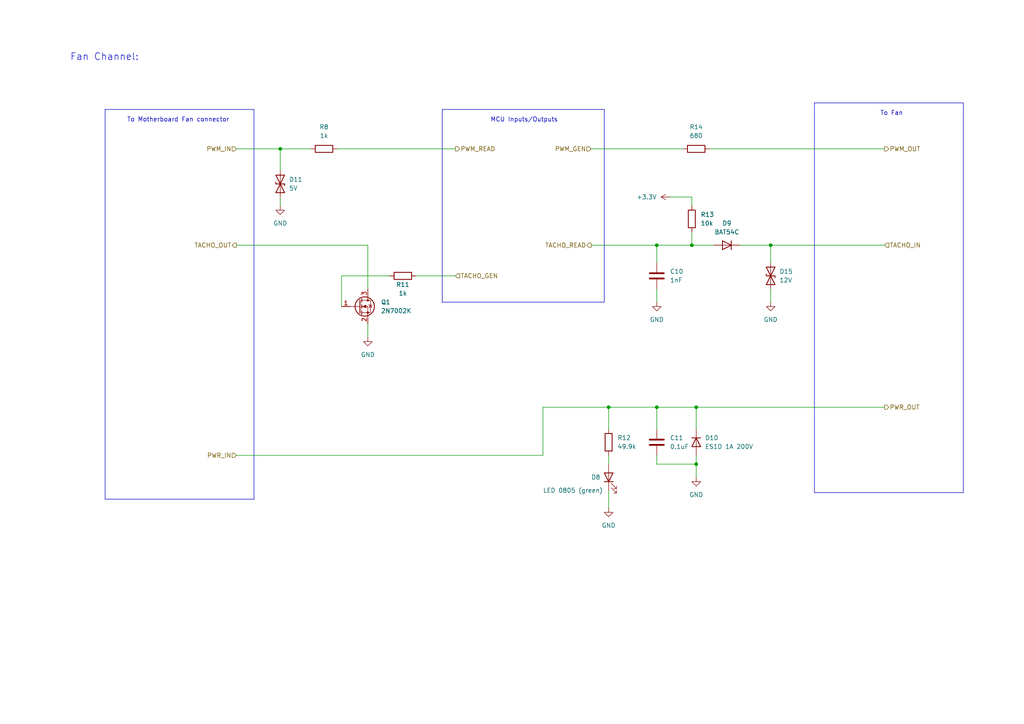
<source format=kicad_sch>
(kicad_sch (version 20231120) (generator "eeschema") (generator_version "8.0")
  (paper "A4")
  (title_block (title "FanPico-0401D v1.0") (date "2024-07-22") (company "Timo Kokkonen <tjko@iki.fi>") (comment 3 "Fanpico firmware reference PCB."))
  (lib_symbols
    (symbol "Device:C" (pin_numbers hide) (pin_names (offset 0.254))
      (property "Reference" "C" (at 0.635 2.54 0))
      (property "Value" "C" (at 0.635 -2.54 0))
      (symbol "C_0_1"
        (polyline (pts (xy -2.032 -0.762) (xy 2.032 -0.762)) (stroke (width 0.508)))
        (polyline (pts (xy -2.032 0.762) (xy 2.032 0.762)) (stroke (width 0.508)))
      )
      (symbol "C_1_1"
        (pin passive line (at 0 3.81 270) (length 2.794) (name "~") (number "1"))
        (pin passive line (at 0 -3.81 90) (length 2.794) (name "~") (number "2"))
      )
    )
    (symbol "Device:D" (pin_numbers hide) (pin_names (offset 1.016) hide)
      (property "Reference" "D" (at 0 2.54 0))
      (property "Value" "D" (at 0 -2.54 0))
      (symbol "D_0_1"
        (polyline (pts (xy -1.27 1.27) (xy -1.27 -1.27)) (stroke (width 0.254)))
        (polyline (pts (xy 1.27 0) (xy -1.27 0)))
        (polyline (pts (xy 1.27 1.27) (xy 1.27 -1.27) (xy -1.27 0) (xy 1.27 1.27)) (stroke (width 0.254)))
      )
      (symbol "D_1_1"
        (pin passive line (at -3.81 0 0) (length 2.54) (name "K") (number "1"))
        (pin passive line (at 3.81 0 180) (length 2.54) (name "A") (number "2"))
      )
    )
    (symbol "Device:D_TVS" (pin_numbers hide) (pin_names (offset 1.016) hide)
      (property "Reference" "D" (at 0 2.54 0))
      (property "Value" "D_TVS" (at 0 -2.54 0))
      (symbol "D_TVS_0_1"
        (polyline (pts (xy 1.27 0) (xy -1.27 0)))
        (polyline (pts (xy 0.508 1.27) (xy 0 1.27) (xy 0 -1.27) (xy -0.508 -1.27)) (stroke (width 0.254)))
        (polyline (pts (xy -2.54 1.27) (xy -2.54 -1.27) (xy 2.54 1.27) (xy 2.54 -1.27) (xy -2.54 1.27)) (stroke (width 0.254)))
      )
      (symbol "D_TVS_1_1"
        (pin passive line (at -3.81 0 0) (length 2.54) (name "A1") (number "1"))
        (pin passive line (at 3.81 0 180) (length 2.54) (name "A2") (number "2"))
      )
    )
    (symbol "Device:LED" (pin_numbers hide) (pin_names (offset 1.016) hide)
      (property "Reference" "D" (at 0 2.54 0))
      (property "Value" "LED" (at 0 -2.54 0))
      (symbol "LED_0_1"
        (polyline (pts (xy -1.27 -1.27) (xy -1.27 1.27)) (stroke (width 0.254)))
        (polyline (pts (xy -1.27 0) (xy 1.27 0)))
        (polyline (pts (xy 1.27 -1.27) (xy 1.27 1.27) (xy -1.27 0) (xy 1.27 -1.27)) (stroke (width 0.254)))
        (polyline (pts (xy -3.048 -0.762) (xy -4.572 -2.286) (xy -3.81 -2.286) (xy -4.572 -2.286) (xy -4.572 -1.524)))
        (polyline (pts (xy -1.778 -0.762) (xy -3.302 -2.286) (xy -2.54 -2.286) (xy -3.302 -2.286) (xy -3.302 -1.524)))
      )
      (symbol "LED_1_1"
        (pin passive line (at -3.81 0 0) (length 2.54) (name "K") (number "1"))
        (pin passive line (at 3.81 0 180) (length 2.54) (name "A") (number "2"))
      )
    )
    (symbol "Device:R" (pin_numbers hide) (pin_names (offset 0))
      (property "Reference" "R" (at 2.032 0 90))
      (property "Value" "R" (at 0 0 90))
      (symbol "R_0_1"
        (rectangle (start -1.016 -2.54) (end 1.016 2.54) (stroke (width 0.254)))
      )
      (symbol "R_1_1"
        (pin passive line (at 0 3.81 270) (length 1.27) (name "~") (number "1"))
        (pin passive line (at 0 -3.81 90) (length 1.27) (name "~") (number "2"))
      )
    )
    (symbol "Transistor_FET:2N7002K" (pin_names hide)
      (property "Reference" "Q" (at 5.08 1.905 0))
      (property "Value" "2N7002K" (at 5.08 0 0))
      (symbol "2N7002K_0_1"
        (polyline (pts (xy 0.254 0) (xy -2.54 0)))
        (polyline (pts (xy 0.254 1.905) (xy 0.254 -1.905)) (stroke (width 0.254)))
        (polyline (pts (xy 0.762 -1.27) (xy 0.762 -2.286)) (stroke (width 0.254)))
        (polyline (pts (xy 0.762 0.508) (xy 0.762 -0.508)) (stroke (width 0.254)))
        (polyline (pts (xy 0.762 2.286) (xy 0.762 1.27)) (stroke (width 0.254)))
        (polyline (pts (xy 2.54 2.54) (xy 2.54 1.778)))
        (polyline (pts (xy 2.54 -2.54) (xy 2.54 0) (xy 0.762 0)))
        (polyline (pts (xy 0.762 -1.778) (xy 3.302 -1.778) (xy 3.302 1.778) (xy 0.762 1.778)))
        (polyline (pts (xy 1.016 0) (xy 2.032 0.381) (xy 2.032 -0.381) (xy 1.016 0)) (fill (type outline)))
        (polyline (pts (xy 2.794 0.508) (xy 2.921 0.381) (xy 3.683 0.381) (xy 3.81 0.254)))
        (polyline (pts (xy 3.302 0.381) (xy 2.921 -0.254) (xy 3.683 -0.254) (xy 3.302 0.381)))
        (circle (center 1.651 0) (radius 2.794) (stroke (width 0.254)))
        (circle (center 2.54 -1.778) (radius 0.254) (fill (type outline)))
        (circle (center 2.54 1.778) (radius 0.254) (fill (type outline)))
      )
      (symbol "2N7002K_1_1"
        (pin input line (at -5.08 0 0) (length 2.54) (name "G") (number "1"))
        (pin passive line (at 2.54 -5.08 90) (length 2.54) (name "S") (number "2"))
        (pin passive line (at 2.54 5.08 270) (length 2.54) (name "D") (number "3"))
      )
    )
    (symbol "power:+3.3V" (power) (pin_numbers hide) (pin_names (offset 0) hide)
      (property "Value" "+3.3V" (at 0 3.556 0))
      (symbol "+3.3V_0_1"
        (polyline (pts (xy -0.762 1.27) (xy 0 2.54)))
        (polyline (pts (xy 0 0) (xy 0 2.54)))
        (polyline (pts (xy 0 2.54) (xy 0.762 1.27)))
      )
      (symbol "+3.3V_1_1"
        (pin power_in line (at 0 0 90) (length 0) (name "~") (number "1"))
      )
    )
    (symbol "power:GND" (power) (pin_numbers hide) (pin_names (offset 0) hide)
      (property "Value" "GND" (at 0 -3.81 0))
      (symbol "GND_0_1"
        (polyline (pts (xy 0 0) (xy 0 -1.27) (xy 1.27 -1.27) (xy 0 -2.54) (xy -1.27 -1.27) (xy 0 -1.27)))
      )
      (symbol "GND_1_1"
        (pin power_in line (at 0 0 270) (length 0) (name "~") (number "1"))
      )
    )
  )
  (junction (at 201.93 118.11))
  (junction (at 176.53 118.11))
  (junction (at 190.5 71.12))
  (junction (at 81.28 43.18))
  (junction (at 201.93 134.62))
  (junction (at 223.52 71.12))
  (junction (at 190.5 118.11))
  (junction (at 200.66 71.12))
  (wire (pts (xy 68.58 132.08) (xy 157.48 132.08)))
  (wire (pts (xy 171.45 43.18) (xy 198.12 43.18)))
  (wire (pts (xy 201.93 134.62) (xy 201.93 138.43)))
  (wire (pts (xy 190.5 134.62) (xy 201.93 134.62)))
  (wire (pts (xy 214.63 71.12) (xy 223.52 71.12)))
  (wire (pts (xy 205.74 43.18) (xy 256.54 43.18)))
  (wire (pts (xy 201.93 118.11) (xy 256.54 118.11)))
  (wire (pts (xy 97.79 43.18) (xy 132.08 43.18)))
  (wire (pts (xy 176.53 118.11) (xy 190.5 118.11)))
  (wire (pts (xy 176.53 132.08) (xy 176.53 134.62)))
  (wire (pts (xy 157.48 118.11) (xy 176.53 118.11)))
  (wire (pts (xy 190.5 118.11) (xy 201.93 118.11)))
  (polyline (pts (xy 175.26 87.63) (xy 128.27 87.63)))
  (wire (pts (xy 201.93 132.08) (xy 201.93 134.62)))
  (wire (pts (xy 200.66 57.15) (xy 200.66 59.69)))
  (wire (pts (xy 99.06 80.01) (xy 99.06 88.9)))
  (wire (pts (xy 207.01 71.12) (xy 200.66 71.12)))
  (wire (pts (xy 120.65 80.01) (xy 132.08 80.01)))
  (polyline (pts (xy 128.27 31.75) (xy 128.27 87.63)))
  (wire (pts (xy 176.53 118.11) (xy 176.53 124.46)))
  (wire (pts (xy 68.58 43.18) (xy 81.28 43.18)))
  (polyline (pts (xy 30.48 31.75) (xy 30.48 144.78)))
  (polyline (pts (xy 73.66 144.78) (xy 30.48 144.78)))
  (wire (pts (xy 190.5 132.08) (xy 190.5 134.62)))
  (wire (pts (xy 194.31 57.15) (xy 200.66 57.15)))
  (wire (pts (xy 223.52 71.12) (xy 256.54 71.12)))
  (wire (pts (xy 68.58 71.12) (xy 106.68 71.12)))
  (polyline (pts (xy 73.66 31.75) (xy 73.66 144.78)))
  (wire (pts (xy 190.5 124.46) (xy 190.5 118.11)))
  (wire (pts (xy 81.28 43.18) (xy 81.28 49.53)))
  (polyline (pts (xy 279.4 142.875) (xy 236.22 142.875)))
  (wire (pts (xy 223.52 71.12) (xy 223.52 76.2)))
  (polyline (pts (xy 236.22 29.845) (xy 236.22 142.875)))
  (wire (pts (xy 201.93 118.11) (xy 201.93 124.46)))
  (wire (pts (xy 81.28 57.15) (xy 81.28 59.69)))
  (wire (pts (xy 157.48 118.11) (xy 157.48 132.08)))
  (polyline (pts (xy 279.4 29.845) (xy 279.4 142.875)))
  (wire (pts (xy 99.06 80.01) (xy 113.03 80.01)))
  (wire (pts (xy 171.45 71.12) (xy 190.5 71.12)))
  (polyline (pts (xy 128.27 31.75) (xy 175.26 31.75)))
  (wire (pts (xy 200.66 71.12) (xy 190.5 71.12)))
  (wire (pts (xy 106.68 71.12) (xy 106.68 83.82)))
  (wire (pts (xy 200.66 67.31) (xy 200.66 71.12)))
  (wire (pts (xy 190.5 71.12) (xy 190.5 76.2)))
  (wire (pts (xy 223.52 83.82) (xy 223.52 87.63)))
  (polyline (pts (xy 30.48 31.75) (xy 73.66 31.75)))
  (wire (pts (xy 190.5 83.82) (xy 190.5 87.63)))
  (wire (pts (xy 81.28 43.18) (xy 90.17 43.18)))
  (polyline (pts (xy 175.26 31.75) (xy 175.26 87.63)))
  (polyline (pts (xy 236.22 29.845) (xy 279.4 29.845)))
  (wire (pts (xy 176.53 142.24) (xy 176.53 147.32)))
  (wire (pts (xy 106.68 93.98) (xy 106.68 97.79)))
  (text "MCU Inputs/Outputs" (at 142.24 35.56 0) (effects (font (size 1.27 1.27)) (justify left bottom)))
  (text "To Motherboard Fan connector" (at 36.83 35.56 0) (effects (font (size 1.27 1.27)) (justify left bottom)))
  (text "Fan Channel: ${SHEETNAME}" (at 20.32 17.78 0) (effects (font (size 2 2)) (justify left bottom)))
  (text "To Fan" (at 255.27 33.655 0) (effects (font (size 1.27 1.27)) (justify left bottom)))
  (hierarchical_label "TACHO_GEN" (shape input) (at 132.08 80.01 0))
  (hierarchical_label "PWR_OUT" (shape output) (at 256.54 118.11 0))
  (hierarchical_label "TACHO_OUT" (shape output) (at 68.58 71.12 180))
  (hierarchical_label "PWM_READ" (shape output) (at 132.08 43.18 0))
  (hierarchical_label "PWM_OUT" (shape output) (at 256.54 43.18 0))
  (hierarchical_label "TACHO_IN" (shape input) (at 256.54 71.12 0))
  (hierarchical_label "PWR_IN" (shape input) (at 68.58 132.08 180))
  (hierarchical_label "TACHO_READ" (shape output) (at 171.45 71.12 180))
  (hierarchical_label "PWM_IN" (shape input) (at 68.58 43.18 180))
  (hierarchical_label "PWM_GEN" (shape input) (at 171.45 43.18 180))
  (symbol (lib_id "power:GND") (at 201.93 138.43 0) (unit 1)
    (property "Reference" "#PWR041" (effects (hide yes)))
    (property "Value" "GND" (at 201.93 143.51 0))
    (property "Description" "Power symbol creates a global label with name \"GND\" , ground" (effects (hide yes)))
  )
  (symbol (lib_id "power:GND") (at 81.28 59.69 0) (unit 1)
    (property "Reference" "#PWR08" (effects (hide yes)))
    (property "Value" "GND" (at 81.28 64.77 0))
    (property "Description" "Power symbol creates a global label with name \"GND\" , ground" (effects (hide yes)))
  )
  (symbol (lib_id "Device:R") (at 176.53 128.27 0) (unit 1)
    (property "Reference" "R12" (at 179.07 126.9999 0) (effects (justify left)))
    (property "Value" "49.9k" (at 179.07 129.5399 0) (effects (justify left)))
    (property "Footprint" "Resistor_SMD:R_0603_1608Metric_Pad0.98x0.95mm_HandSolder" (effects (hide yes)))
    (property "Description" "Resistor" (effects (hide yes)))
    (property "LCSC Part Number" "C114624" (effects (hide yes)))
  )
  (symbol (lib_id "Device:D") (at 210.82 71.12 180) (unit 1)
    (property "Reference" "D9" (at 210.82 64.77 0))
    (property "Value" "BAT54C" (at 210.82 67.31 0))
    (property "Footprint" "FanPico:D_SOT-23_ANK" (effects (hide yes)))
    (property "Description" "Diode" (effects (hide yes)))
    (property "LCSC Part Number" "C2844172" (effects (hide yes)))
    (property "Sim.Device" "D" (effects (hide yes)))
    (property "Sim.Pins" "1=K 2=A" (effects (hide yes)))
    (property "Mouser Part Number" "241-BAT54C_R1_00001" (effects (hide yes)))
  )
  (symbol (lib_id "Device:R") (at 93.98 43.18 270) (unit 1)
    (property "Reference" "R8" (at 93.98 36.83 90))
    (property "Value" "1k" (at 93.98 39.37 90))
    (property "Footprint" "Resistor_SMD:R_0603_1608Metric_Pad0.98x0.95mm_HandSolder" (effects (hide yes)))
    (property "Description" "Resistor" (effects (hide yes)))
    (property "LCSC Part Number" "C22548" (effects (hide yes)))
  )
  (symbol (lib_id "power:GND") (at 190.5 87.63 0) (unit 1)
    (property "Reference" "#PWR038" (effects (hide yes)))
    (property "Value" "GND" (at 190.5 92.71 0))
    (property "Description" "Power symbol creates a global label with name \"GND\" , ground" (effects (hide yes)))
  )
  (symbol (lib_id "Transistor_FET:2N7002K") (at 104.14 88.9 0) (unit 1)
    (property "Reference" "Q1" (at 110.49 87.6299 0) (effects (justify left)))
    (property "Value" "2N7002K" (at 110.49 90.1699 0) (effects (justify left)))
    (property "Footprint" "Package_TO_SOT_SMD:SOT-23" (effects (hide yes)))
    (property "Datasheet" "https://www.diodes.com/assets/Datasheets/ds30896.pdf" (effects (hide yes)))
    (property "Description" "0.38A Id, 60V Vds, N-Channel MOSFET, SOT-23" (effects (hide yes)))
    (property "LCSC Part Number" "C85047" (effects (hide yes)))
    (property "Mouser Part Number" "512-2N7002K" (effects (hide yes)))
  )
  (symbol (lib_id "Device:D_TVS") (at 223.52 80.01 90) (unit 1)
    (property "Reference" "D15" (at 226.06 78.7399 90) (effects (justify right)))
    (property "Value" "12V" (at 226.06 81.2799 90) (effects (justify right)))
    (property "Footprint" "Diode_SMD:D_SOD-323_HandSoldering" (effects (hide yes)))
    (property "Description" "Bidirectional transient-voltage-suppression diode" (effects (hide yes)))
    (property "LCSC Part Number" "C502541 or C5199168" (effects (hide yes)))
  )
  (symbol (lib_id "Device:C") (at 190.5 80.01 0) (unit 1)
    (property "Reference" "C10" (at 194.31 78.7399 0) (effects (justify left)))
    (property "Value" "1nF" (at 194.31 81.2799 0) (effects (justify left)))
    (property "Footprint" "Capacitor_SMD:C_0603_1608Metric_Pad1.08x0.95mm_HandSolder" (effects (hide yes)))
    (property "Description" "Unpolarized capacitor" (effects (hide yes)))
    (property "LCSC Part Number" "C1588" (effects (hide yes)))
  )
  (symbol (lib_id "power:+3.3V") (at 194.31 57.15 90) (unit 1)
    (property "Reference" "#PWR040" (effects (hide yes)))
    (property "Value" "+3.3V" (at 190.5 57.1499 90) (effects (justify left)))
    (property "Description" "Power symbol creates a global label with name \"+3.3V\"" (effects (hide yes)))
  )
  (symbol (lib_id "power:GND") (at 176.53 147.32 0) (unit 1)
    (property "Reference" "#PWR039" (effects (hide yes)))
    (property "Value" "GND" (at 176.53 152.4 0))
    (property "Description" "Power symbol creates a global label with name \"GND\" , ground" (effects (hide yes)))
  )
  (symbol (lib_id "Device:R") (at 116.84 80.01 90) (unit 1)
    (property "Reference" "R11" (at 116.84 82.55 90))
    (property "Value" "1k" (at 116.84 85.09 90))
    (property "Footprint" "Resistor_SMD:R_0603_1608Metric_Pad0.98x0.95mm_HandSolder" (effects (hide yes)))
    (property "Description" "Resistor" (effects (hide yes)))
    (property "LCSC Part Number" "C22548" (effects (hide yes)))
  )
  (symbol (lib_id "Device:LED") (at 176.53 138.43 90) (unit 1)
    (property "Reference" "D8" (at 171.45 138.43 90) (effects (justify right)))
    (property "Value" "LED 0805 (green)" (at 157.48 142.24 90) (effects (justify right)))
    (property "Footprint" "LED_SMD:LED_0805_2012Metric_Pad1.15x1.40mm_HandSolder" (effects (hide yes)))
    (property "Description" "Light emitting diode" (effects (hide yes)))
    (property "LCSC Part Number" "C434432" (effects (hide yes)))
    (property "Mouser Part Number" "710-150080GS75000" (effects (hide yes)))
  )
  (symbol (lib_id "power:GND") (at 106.68 97.79 0) (unit 1)
    (property "Reference" "#PWR034" (effects (hide yes)))
    (property "Value" "GND" (at 106.68 102.87 0))
    (property "Description" "Power symbol creates a global label with name \"GND\" , ground" (effects (hide yes)))
  )
  (symbol (lib_id "Device:R") (at 200.66 63.5 180) (unit 1)
    (property "Reference" "R13" (at 203.2 62.2299 0) (effects (justify right)))
    (property "Value" "10k" (at 203.2 64.7699 0) (effects (justify right)))
    (property "Footprint" "Resistor_SMD:R_0603_1608Metric_Pad0.98x0.95mm_HandSolder" (effects (hide yes)))
    (property "Description" "Resistor" (effects (hide yes)))
    (property "LCSC Part Number" "C98220" (effects (hide yes)))
  )
  (symbol (lib_id "Device:D") (at 201.93 128.27 270) (unit 1)
    (property "Reference" "D10" (at 204.47 126.9999 90) (effects (justify left)))
    (property "Value" "ES1D 1A 200V" (at 204.47 129.5399 90) (effects (justify left)))
    (property "Footprint" "Diode_SMD:D_SMA_Handsoldering" (effects (hide yes)))
    (property "Description" "Diode" (effects (hide yes)))
    (property "LCSC Part Number" "C445494" (effects (hide yes)))
    (property "Sim.Device" "D" (effects (hide yes)))
    (property "Sim.Pins" "1=K 2=A" (effects (hide yes)))
    (property "Mouser Part Number" "512-ES1D" (effects (hide yes)))
  )
  (symbol (lib_id "Device:C") (at 190.5 128.27 0) (unit 1)
    (property "Reference" "C11" (at 194.31 126.9999 0) (effects (justify left)))
    (property "Value" "0.1uF" (at 194.31 129.5399 0) (effects (justify left)))
    (property "Footprint" "Capacitor_SMD:C_0603_1608Metric_Pad1.08x0.95mm_HandSolder" (effects (hide yes)))
    (property "Description" "Unpolarized capacitor" (effects (hide yes)))
    (property "LCSC Part Number" "C1591" (effects (hide yes)))
  )
  (symbol (lib_id "power:GND") (at 223.52 87.63 0) (unit 1)
    (property "Reference" "#PWR018" (effects (hide yes)))
    (property "Value" "GND" (at 223.52 92.71 0))
    (property "Description" "Power symbol creates a global label with name \"GND\" , ground" (effects (hide yes)))
  )
  (symbol (lib_id "Device:R") (at 201.93 43.18 90) (unit 1)
    (property "Reference" "R14" (at 201.93 36.83 90))
    (property "Value" "680" (at 201.93 39.37 90))
    (property "Footprint" "Resistor_SMD:R_0603_1608Metric_Pad0.98x0.95mm_HandSolder" (effects (hide yes)))
    (property "Description" "Resistor" (effects (hide yes)))
    (property "LCSC Part Number" "C115415" (effects (hide yes)))
  )
  (symbol (lib_id "Device:D_TVS") (at 81.28 53.34 90) (unit 1)
    (property "Reference" "D11" (at 83.82 52.0699 90) (effects (justify right)))
    (property "Value" "5V" (at 83.82 54.6099 90) (effects (justify right)))
    (property "Footprint" "Diode_SMD:D_SOD-323_HandSoldering" (effects (hide yes)))
    (property "Description" "Bidirectional transient-voltage-suppression diode" (effects (hide yes)))
    (property "LCSC Part Number" "C5180216" (effects (hide yes)))
  )
)
</source>
